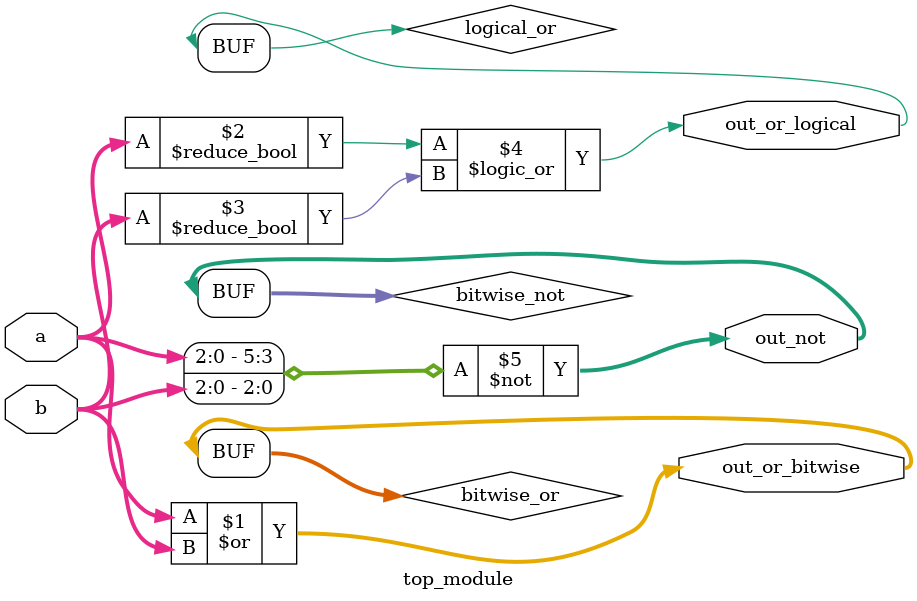
<source format=sv>
module top_module(
	input [2:0] a, 
	input [2:0] b, 
	output [2:0] out_or_bitwise,
	output out_or_logical,
	output [5:0] out_not
);

	// Wire declaration
	wire [2:0] bitwise_or;
	wire logical_or;
	wire [5:0] bitwise_not;
	
	// Bitwise OR operation
	assign bitwise_or = a | b;
	
	// Logical OR operation
	assign logical_or = (a != 0) || (b != 0);
	
	// Bitwise NOT operation
	assign bitwise_not = ~{a, b};
	
	// Output assignments
	assign out_or_bitwise = bitwise_or;
	assign out_or_logical = logical_or;
	assign out_not = bitwise_not;

endmodule

</source>
